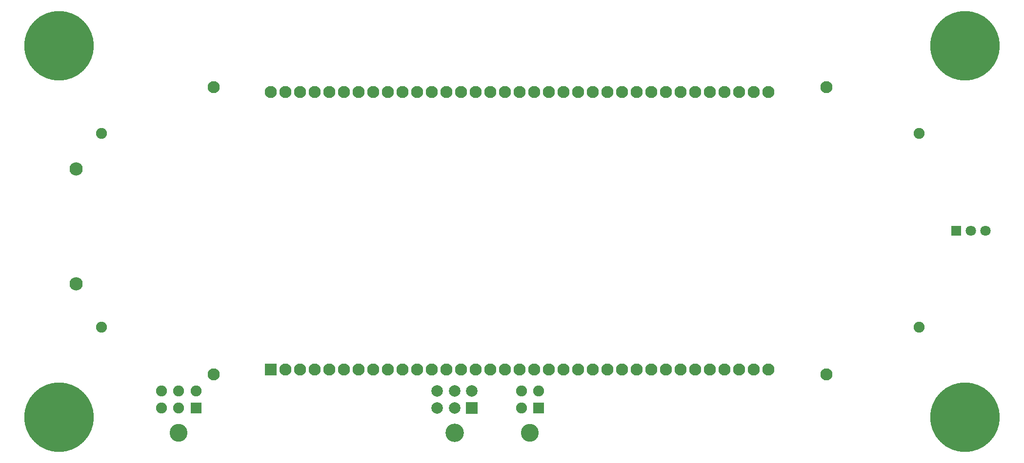
<source format=gts>
G04*
G04 #@! TF.GenerationSoftware,Altium Limited,Altium Designer,18.1.1 (9)*
G04*
G04 Layer_Color=8388736*
%FSLAX24Y24*%
%MOIN*%
G70*
G01*
G75*
%ADD13R,0.0789X0.0789*%
%ADD14C,0.0789*%
%ADD15C,0.1261*%
%ADD16C,0.4764*%
%ADD17C,0.0748*%
%ADD18C,0.0827*%
%ADD19R,0.0827X0.0827*%
%ADD20R,0.0748X0.0748*%
%ADD21C,0.1220*%
%ADD22C,0.0906*%
%ADD23R,0.0710X0.0710*%
%ADD24C,0.0710*%
D13*
X37943Y20716D02*
D03*
D14*
X36762D02*
D03*
X37943Y21897D02*
D03*
X36762D02*
D03*
X35581Y20716D02*
D03*
Y21897D02*
D03*
D15*
X36762Y19023D02*
D03*
D16*
X9750Y45529D02*
D03*
X71634D02*
D03*
X9750Y20100D02*
D03*
X71634D02*
D03*
D17*
X12650Y26250D02*
D03*
Y39530D02*
D03*
X68516Y26250D02*
D03*
Y39530D02*
D03*
X17913Y20716D02*
D03*
X19094Y21897D02*
D03*
X17913D02*
D03*
X16732Y20716D02*
D03*
Y21897D02*
D03*
X41319Y20716D02*
D03*
Y21897D02*
D03*
X42500D02*
D03*
D18*
X58200Y42350D02*
D03*
X57200D02*
D03*
X56200D02*
D03*
X55200D02*
D03*
X54200D02*
D03*
X53200D02*
D03*
X52200D02*
D03*
X51200D02*
D03*
X50200D02*
D03*
X49200D02*
D03*
X48200D02*
D03*
X47200D02*
D03*
X46200D02*
D03*
X45200D02*
D03*
X44200D02*
D03*
X43200D02*
D03*
X42200D02*
D03*
X41200D02*
D03*
X40200D02*
D03*
X39200D02*
D03*
X38200D02*
D03*
X37200D02*
D03*
X36200D02*
D03*
X35200D02*
D03*
X34200D02*
D03*
X33200D02*
D03*
X32200D02*
D03*
X31200D02*
D03*
X30200D02*
D03*
X29200D02*
D03*
X28200D02*
D03*
X27200D02*
D03*
X26200D02*
D03*
X25200D02*
D03*
X24200D02*
D03*
X58200Y23350D02*
D03*
X57200D02*
D03*
X56200D02*
D03*
X55200D02*
D03*
X54200D02*
D03*
X53200D02*
D03*
X52200D02*
D03*
X51200D02*
D03*
X50200D02*
D03*
X49200D02*
D03*
X48200D02*
D03*
X47200D02*
D03*
X46200D02*
D03*
X45200D02*
D03*
X44200D02*
D03*
X43200D02*
D03*
X42200D02*
D03*
X41200D02*
D03*
X40200D02*
D03*
X39200D02*
D03*
X38200D02*
D03*
X37200D02*
D03*
X36200D02*
D03*
X35200D02*
D03*
X34200D02*
D03*
X33200D02*
D03*
X32200D02*
D03*
X31200D02*
D03*
X30200D02*
D03*
X29200D02*
D03*
X28200D02*
D03*
X27200D02*
D03*
X26200D02*
D03*
X25200D02*
D03*
X62175Y42707D02*
D03*
Y23022D02*
D03*
X20285Y42707D02*
D03*
Y23022D02*
D03*
D19*
X24200Y23350D02*
D03*
D20*
X19094Y20716D02*
D03*
X42500D02*
D03*
D21*
X17913Y19023D02*
D03*
X41909Y19015D02*
D03*
D22*
X10915Y37106D02*
D03*
Y29232D02*
D03*
D23*
X71039Y32854D02*
D03*
D24*
X73039D02*
D03*
X72039D02*
D03*
M02*

</source>
